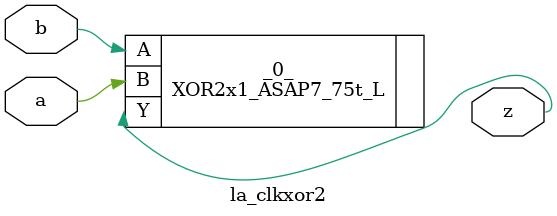
<source format=v>

/* Generated by Yosys 0.40 (git sha1 a1bb0255d, g++ 11.4.0-1ubuntu1~22.04 -fPIC -Os) */

module la_clkxor2(a, b, z);
  input a;
  wire a;
  input b;
  wire b;
  output z;
  wire z;
  XOR2x1_ASAP7_75t_L _0_ (
    .A(b),
    .B(a),
    .Y(z)
  );
endmodule

</source>
